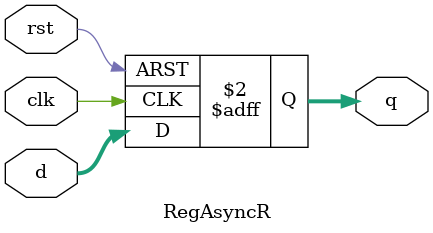
<source format=sv>
module RegAsyncR #(
	parameter DATA_WIDTH = 32
)(
	input logic rst,
	input logic clk,
	input logic [DATA_WIDTH-1:0] d,
	output logic [DATA_WIDTH-1:0] q
);


always_ff @(posedge clk, posedge rst)
    if (rst)
        q <= 0;
    else
        q <= d;

endmodule

</source>
